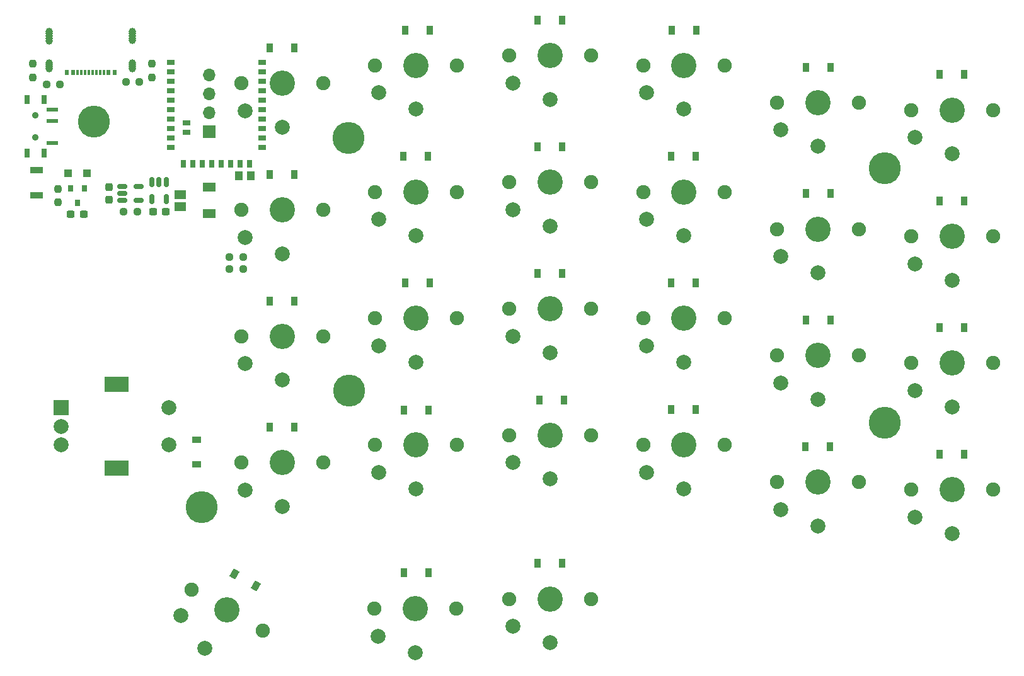
<source format=gbs>
G04 #@! TF.GenerationSoftware,KiCad,Pcbnew,(5.99.0-8557-g8988e46ab1)*
G04 #@! TF.CreationDate,2021-01-24T23:22:25-07:00*
G04 #@! TF.ProjectId,BlueSof,426c7565-536f-4662-9e6b-696361645f70,rev?*
G04 #@! TF.SameCoordinates,PX85099e0PY51bada0*
G04 #@! TF.FileFunction,Soldermask,Bot*
G04 #@! TF.FilePolarity,Negative*
%FSLAX46Y46*%
G04 Gerber Fmt 4.6, Leading zero omitted, Abs format (unit mm)*
G04 Created by KiCad (PCBNEW (5.99.0-8557-g8988e46ab1)) date 2021-01-24 23:22:25*
%MOMM*%
%LPD*%
G01*
G04 APERTURE LIST*
G04 Aperture macros list*
%AMRoundRect*
0 Rectangle with rounded corners*
0 $1 Rounding radius*
0 $2 $3 $4 $5 $6 $7 $8 $9 X,Y pos of 4 corners*
0 Add a 4 corners polygon primitive as box body*
4,1,4,$2,$3,$4,$5,$6,$7,$8,$9,$2,$3,0*
0 Add four circle primitives for the rounded corners*
1,1,$1+$1,$2,$3*
1,1,$1+$1,$4,$5*
1,1,$1+$1,$6,$7*
1,1,$1+$1,$8,$9*
0 Add four rect primitives between the rounded corners*
20,1,$1+$1,$2,$3,$4,$5,0*
20,1,$1+$1,$4,$5,$6,$7,0*
20,1,$1+$1,$6,$7,$8,$9,0*
20,1,$1+$1,$8,$9,$2,$3,0*%
%AMRotRect*
0 Rectangle, with rotation*
0 The origin of the aperture is its center*
0 $1 length*
0 $2 width*
0 $3 Rotation angle, in degrees counterclockwise*
0 Add horizontal line*
21,1,$1,$2,0,0,$3*%
G04 Aperture macros list end*
%ADD10C,1.900000*%
%ADD11C,3.400000*%
%ADD12C,2.000000*%
%ADD13R,2.000000X2.000000*%
%ADD14R,3.200000X2.000000*%
%ADD15C,4.300000*%
%ADD16R,0.900000X1.200000*%
%ADD17RotRect,0.900000X1.200000X330.000000*%
%ADD18R,1.200000X0.900000*%
%ADD19RoundRect,0.237500X-0.300000X-0.237500X0.300000X-0.237500X0.300000X0.237500X-0.300000X0.237500X0*%
%ADD20RoundRect,0.237500X-0.237500X0.300000X-0.237500X-0.300000X0.237500X-0.300000X0.237500X0.300000X0*%
%ADD21RoundRect,0.237500X0.300000X0.237500X-0.300000X0.237500X-0.300000X-0.237500X0.300000X-0.237500X0*%
%ADD22R,0.540000X0.800000*%
%ADD23R,0.300000X0.800000*%
%ADD24C,1.000000*%
%ADD25R,1.700000X1.700000*%
%ADD26O,1.700000X1.700000*%
%ADD27R,0.800000X0.900000*%
%ADD28RoundRect,0.237500X0.250000X0.237500X-0.250000X0.237500X-0.250000X-0.237500X0.250000X-0.237500X0*%
%ADD29RoundRect,0.237500X-0.250000X-0.237500X0.250000X-0.237500X0.250000X0.237500X-0.250000X0.237500X0*%
%ADD30RoundRect,0.237500X-0.237500X0.250000X-0.237500X-0.250000X0.237500X-0.250000X0.237500X0.250000X0*%
%ADD31R,1.700000X0.900000*%
%ADD32RoundRect,0.150000X-0.512500X-0.150000X0.512500X-0.150000X0.512500X0.150000X-0.512500X0.150000X0*%
%ADD33RoundRect,0.150000X-0.150000X0.512500X-0.150000X-0.512500X0.150000X-0.512500X0.150000X0.512500X0*%
%ADD34R,1.050000X1.200000*%
%ADD35R,1.000000X0.650000*%
%ADD36R,0.650000X1.000000*%
%ADD37R,1.000000X1.000000*%
%ADD38R,1.550000X1.200000*%
%ADD39R,1.800000X1.200000*%
%ADD40C,0.900000*%
%ADD41R,1.524000X0.600000*%
%ADD42R,0.700000X1.200000*%
G04 APERTURE END LIST*
D10*
X-23500000Y31600000D03*
X-12500000Y31600000D03*
D11*
X-18000000Y31600000D03*
D12*
X-23000000Y27900000D03*
X-18000000Y25700000D03*
D10*
X-5500000Y34000000D03*
D11*
X0Y34000000D03*
D10*
X5500000Y34000000D03*
D12*
X-5000000Y30300000D03*
X0Y28100000D03*
D10*
X41500000Y34000000D03*
D11*
X36000000Y34000000D03*
D10*
X30500000Y34000000D03*
D12*
X31000000Y30300000D03*
X36000000Y28100000D03*
D10*
X59500000Y29000000D03*
D11*
X54000000Y29000000D03*
D10*
X48500000Y29000000D03*
D12*
X49000000Y25300000D03*
X54000000Y23100000D03*
D10*
X66500000Y28000000D03*
D11*
X72000000Y28000000D03*
D10*
X77500000Y28000000D03*
D12*
X67000000Y24300000D03*
X72000000Y22100000D03*
D11*
X-18000000Y14600000D03*
D10*
X-23500000Y14600000D03*
X-12500000Y14600000D03*
D12*
X-23000000Y10900000D03*
X-18000000Y8700000D03*
D11*
X0Y17000000D03*
D10*
X5500000Y17000000D03*
X-5500000Y17000000D03*
D12*
X-5000000Y13300000D03*
X0Y11100000D03*
D10*
X23500000Y18300000D03*
D11*
X18000000Y18300000D03*
D10*
X12500000Y18300000D03*
D12*
X13000000Y14600000D03*
X18000000Y12400000D03*
D11*
X36000000Y17000000D03*
D10*
X30500000Y17000000D03*
X41500000Y17000000D03*
D12*
X31000000Y13300000D03*
X36000000Y11100000D03*
D10*
X77500000Y11000000D03*
D11*
X72000000Y11000000D03*
D10*
X66500000Y11000000D03*
D12*
X67000000Y7300000D03*
X72000000Y5100000D03*
D10*
X-5500000Y0D03*
X5500000Y0D03*
D11*
X0Y0D03*
D12*
X-5000000Y-3700000D03*
X0Y-5900000D03*
D11*
X18000000Y1300000D03*
D10*
X12500000Y1300000D03*
X23500000Y1300000D03*
D12*
X13000000Y-2400000D03*
X18000000Y-4600000D03*
D10*
X41500000Y0D03*
X30500000Y0D03*
D11*
X36000000Y0D03*
D12*
X31000000Y-3700000D03*
X36000000Y-5900000D03*
D10*
X59500000Y-5000000D03*
D11*
X54000000Y-5000000D03*
D10*
X48500000Y-5000000D03*
D12*
X49000000Y-8700000D03*
X54000000Y-10900000D03*
D10*
X-23500000Y-19400000D03*
X-12500000Y-19400000D03*
D11*
X-18000000Y-19400000D03*
D12*
X-23000000Y-23100000D03*
X-18000000Y-25300000D03*
D10*
X12500000Y-15700000D03*
D11*
X18000000Y-15700000D03*
D10*
X23500000Y-15700000D03*
D12*
X13000000Y-19400000D03*
X18000000Y-21600000D03*
D11*
X36000000Y-17000000D03*
D10*
X30500000Y-17000000D03*
X41500000Y-17000000D03*
D12*
X31000000Y-20700000D03*
X36000000Y-22900000D03*
D10*
X59500000Y-22000000D03*
D11*
X54000000Y-22000000D03*
D10*
X48500000Y-22000000D03*
D12*
X49000000Y-25700000D03*
X54000000Y-27900000D03*
D10*
X77500000Y-23000000D03*
X66500000Y-23000000D03*
D11*
X72000000Y-23000000D03*
D12*
X67000000Y-26700000D03*
X72000000Y-28900000D03*
D10*
X-23500000Y-2400000D03*
D11*
X-18000000Y-2400000D03*
D10*
X-12500000Y-2400000D03*
D12*
X-23000000Y-6100000D03*
X-18000000Y-8300000D03*
D11*
X54000000Y12000000D03*
D10*
X48500000Y12000000D03*
X59500000Y12000000D03*
D12*
X49000000Y8300000D03*
X54000000Y6100000D03*
D10*
X77500000Y-6000000D03*
X66500000Y-6000000D03*
D11*
X72000000Y-6000000D03*
D12*
X67000000Y-9700000D03*
X72000000Y-11900000D03*
D10*
X12500000Y-37700000D03*
D11*
X18000000Y-37700000D03*
D10*
X23500000Y-37700000D03*
D12*
X13000000Y-41400000D03*
X18000000Y-43600000D03*
D10*
X12500000Y35300000D03*
D11*
X18000000Y35300000D03*
D10*
X23500000Y35300000D03*
D12*
X13000000Y31600000D03*
X18000000Y29400000D03*
D10*
X5500000Y-17000000D03*
X-5500000Y-17000000D03*
D11*
X0Y-17000000D03*
D12*
X-5000000Y-20700000D03*
X0Y-22900000D03*
D10*
X-20636860Y-41950000D03*
X-30163140Y-36450000D03*
D11*
X-25400000Y-39200000D03*
D12*
X-31580127Y-39904294D03*
X-28350000Y-44309550D03*
D13*
X-47700000Y-12000000D03*
D12*
X-47700000Y-17000000D03*
X-47700000Y-14500000D03*
D14*
X-40200000Y-8900000D03*
X-40200000Y-20100000D03*
D12*
X-33200000Y-17000000D03*
X-33200000Y-12000000D03*
D10*
X5400000Y-39000000D03*
D11*
X-100000Y-39000000D03*
D10*
X-5600000Y-39000000D03*
D12*
X-5100000Y-42700000D03*
X-100000Y-44900000D03*
D15*
X63000000Y20175000D03*
X-43275000Y26400000D03*
X-9100000Y24275000D03*
X-9000000Y-9725000D03*
X-28775000Y-25400000D03*
X63000000Y-14025000D03*
D16*
X-1450000Y38700000D03*
X1850000Y38700000D03*
X16350000Y40050000D03*
X19650000Y40050000D03*
X34350000Y38750000D03*
X37650000Y38750000D03*
X52350000Y33750000D03*
X55650000Y33750000D03*
X70350000Y32750000D03*
X73650000Y32750000D03*
X-19700000Y19350000D03*
X-16400000Y19350000D03*
X-1750000Y21800000D03*
X1550000Y21800000D03*
X16350000Y23050000D03*
X19650000Y23050000D03*
X34300000Y21750000D03*
X37600000Y21750000D03*
X52350000Y16750000D03*
X55650000Y16750000D03*
X70300000Y15750000D03*
X73600000Y15750000D03*
X-1450000Y4800000D03*
X1850000Y4800000D03*
X16350000Y6050000D03*
X19650000Y6050000D03*
X34300000Y4750000D03*
X37600000Y4750000D03*
X52350000Y-250000D03*
X55650000Y-250000D03*
X70300000Y-1250000D03*
X73600000Y-1250000D03*
X-19650000Y-14650000D03*
X-16350000Y-14650000D03*
X-1650000Y-12300000D03*
X1650000Y-12300000D03*
X16550000Y-11000000D03*
X19850000Y-11000000D03*
X34300000Y-12250000D03*
X37600000Y-12250000D03*
X52300000Y-17250000D03*
X55600000Y-17250000D03*
X70350000Y-18250000D03*
X73650000Y-18250000D03*
X-19650000Y2350000D03*
X-16350000Y2350000D03*
X-1650000Y-34200000D03*
X1650000Y-34200000D03*
D17*
X-24401185Y-34325000D03*
X-21543301Y-35975000D03*
D18*
X-29500000Y-19649999D03*
X-29500000Y-16349999D03*
D16*
X-19650000Y36350000D03*
X-16350000Y36350000D03*
X16350000Y-32900000D03*
X19650000Y-32900000D03*
D19*
X-35337500Y14300000D03*
X-33612500Y14300000D03*
D20*
X-41275000Y17662500D03*
X-41275000Y15937500D03*
D21*
X-44675000Y14000000D03*
X-46400000Y14000000D03*
D22*
X-40500000Y33025000D03*
X-46900000Y33025000D03*
X-46100000Y33025000D03*
X-41300000Y33025000D03*
D23*
X-44950000Y33025000D03*
X-43950000Y33025000D03*
X-43450000Y33025000D03*
X-42450000Y33025000D03*
X-41950000Y33025000D03*
X-42950000Y33025000D03*
X-44450000Y33025000D03*
X-45458000Y33025000D03*
D24*
X-49275300Y37319900D03*
X-38124700Y37332600D03*
X-49275600Y34306000D03*
X-38124700Y33789300D03*
X-38125000Y33544000D03*
X-49275000Y38539100D03*
X-38124700Y37967600D03*
X-49275600Y34043300D03*
X-38125000Y34306000D03*
X-49275300Y38259700D03*
X-49275300Y33789300D03*
X-38124400Y38551800D03*
X-49275600Y33544000D03*
X-38124700Y38272400D03*
X-38125000Y34043300D03*
X-38124700Y37624700D03*
X-49275300Y37954900D03*
X-49275300Y37612000D03*
D25*
X-27775000Y25100000D03*
D26*
X-27775000Y27640000D03*
X-27775000Y30180000D03*
X-27775000Y32720000D03*
D27*
X-46450000Y17500000D03*
X-44550000Y17500000D03*
X-45500000Y15500000D03*
D28*
X-37462500Y14300000D03*
X-39287500Y14300000D03*
D29*
X-25087500Y8200000D03*
X-23262500Y8200000D03*
D28*
X-23262500Y6600000D03*
X-25087500Y6600000D03*
X-47825000Y31400000D03*
X-49650000Y31400000D03*
D29*
X-38987500Y31750000D03*
X-37162500Y31750000D03*
D30*
X-48075000Y17412500D03*
X-48075000Y15587500D03*
D31*
X-50975000Y16500000D03*
X-50975000Y19900000D03*
D32*
X-39512500Y15850000D03*
X-39512500Y16800000D03*
X-39512500Y17750000D03*
X-37237500Y17750000D03*
X-37237500Y15850000D03*
D33*
X-35475000Y18337500D03*
X-34525000Y18337500D03*
X-33575000Y18337500D03*
X-33575000Y16062500D03*
X-35475000Y16062500D03*
D34*
X-23814045Y19137500D03*
X-22164045Y19137500D03*
D30*
X-51500000Y34212500D03*
X-51500000Y32387500D03*
D35*
X-20720045Y34430000D03*
X-20720045Y33160000D03*
X-20720045Y31890000D03*
X-20720045Y30620000D03*
X-20720045Y29350000D03*
X-20720045Y28080000D03*
X-20720045Y26810000D03*
X-20720045Y25540000D03*
X-20720045Y24270000D03*
X-20720045Y23000000D03*
D36*
X-22369045Y20781000D03*
X-23639045Y20781000D03*
X-24909045Y20781000D03*
X-26179045Y20781000D03*
X-27449045Y20781000D03*
X-28719045Y20781000D03*
X-29989045Y20781000D03*
X-31259045Y20781000D03*
D35*
X-32958045Y23000000D03*
X-32958045Y24270000D03*
X-30880045Y25032000D03*
X-32958045Y25540000D03*
X-30880045Y26302000D03*
X-32958045Y26810000D03*
X-32958045Y28080000D03*
X-32958045Y29350000D03*
X-32958045Y30620000D03*
X-32958045Y31890000D03*
X-32958045Y33160000D03*
X-32958045Y34430000D03*
D37*
X-44225000Y19500000D03*
X-46725000Y19500000D03*
D30*
X-35475000Y34212500D03*
X-35475000Y32387500D03*
D38*
X-31675000Y16650000D03*
X-31675000Y15050000D03*
D39*
X-27800000Y17650000D03*
X-27800000Y14050000D03*
D40*
X-51125000Y27300000D03*
X-51125000Y24300000D03*
D41*
X-48875000Y23550000D03*
X-48875000Y26550000D03*
X-48875000Y28050000D03*
D42*
X-52275000Y22200000D03*
X-52275000Y29400000D03*
X-49975000Y29400000D03*
X-49975000Y22200000D03*
M02*

</source>
